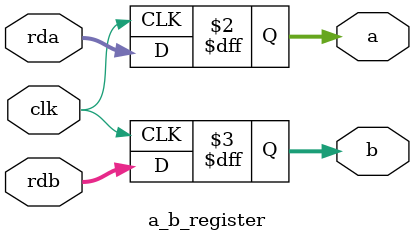
<source format=v>

`timescale 1ns / 1ps

module a_b_register(rda, rdb, a, b, clk);
	input clk;
	input [31:0] rda, rdb;
	output  [31:0] a, b;
	reg [31:0] a,b;
	always @(posedge clk)
	begin
		 a <= rda;
		 b <= rdb;
	end

endmodule

</source>
